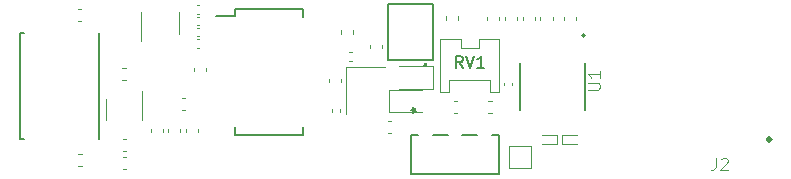
<source format=gto>
G04 #@! TF.GenerationSoftware,KiCad,Pcbnew,5.1.10*
G04 #@! TF.CreationDate,2021-08-01T14:45:19-04:00*
G04 #@! TF.ProjectId,dac,6461632e-6b69-4636-9164-5f7063625858,rev?*
G04 #@! TF.SameCoordinates,Original*
G04 #@! TF.FileFunction,Legend,Top*
G04 #@! TF.FilePolarity,Positive*
%FSLAX46Y46*%
G04 Gerber Fmt 4.6, Leading zero omitted, Abs format (unit mm)*
G04 Created by KiCad (PCBNEW 5.1.10) date 2021-08-01 14:45:19*
%MOMM*%
%LPD*%
G01*
G04 APERTURE LIST*
%ADD10C,0.300000*%
%ADD11C,0.120000*%
%ADD12C,0.127000*%
%ADD13C,0.200000*%
%ADD14C,0.150000*%
%ADD15C,0.152400*%
%ADD16C,0.015000*%
%ADD17C,0.500000*%
%ADD18O,3.200000X1.600000*%
%ADD19R,2.500000X2.430000*%
%ADD20R,0.650000X1.060000*%
%ADD21R,0.410000X1.640000*%
%ADD22R,1.200000X1.400000*%
%ADD23R,0.650000X1.220000*%
%ADD24R,1.750000X0.450000*%
%ADD25R,1.500000X1.500000*%
%ADD26R,1.400000X1.050000*%
%ADD27C,1.346200*%
%ADD28R,0.558800X1.905000*%
%ADD29R,0.800000X1.200000*%
%ADD30R,1.200000X1.200000*%
%ADD31C,0.900000*%
%ADD32C,0.700000*%
%ADD33C,0.500000*%
%ADD34O,2.216000X1.108000*%
%ADD35C,0.650000*%
%ADD36R,0.360000X0.250000*%
G04 APERTURE END LIST*
D10*
X179000000Y-113500000D02*
G75*
G03*
X179000000Y-113500000I-150000J0D01*
G01*
D11*
X124365580Y-107490000D02*
X124084420Y-107490000D01*
X124365580Y-108510000D02*
X124084420Y-108510000D01*
X128910000Y-104550000D02*
X128910000Y-102750000D01*
X125690000Y-102750000D02*
X125690000Y-105200000D01*
D12*
X157752500Y-107005000D02*
X157752500Y-110995000D01*
X163247500Y-107005000D02*
X163247500Y-110995000D01*
D13*
X163232500Y-104725000D02*
G75*
G03*
X163232500Y-104725000I-100000J0D01*
G01*
D11*
X143000000Y-107350000D02*
X143000000Y-111350000D01*
X146300000Y-107350000D02*
X143000000Y-107350000D01*
X125760000Y-111880000D02*
X125760000Y-109450000D01*
X122690000Y-110120000D02*
X122690000Y-111880000D01*
D14*
X133625000Y-103075000D02*
X132025000Y-103075000D01*
X133625000Y-113150000D02*
X139375000Y-113150000D01*
X133625000Y-102500000D02*
X139375000Y-102500000D01*
X133625000Y-113150000D02*
X133625000Y-112500000D01*
X139375000Y-113150000D02*
X139375000Y-112500000D01*
X139375000Y-102500000D02*
X139375000Y-103150000D01*
X133625000Y-102500000D02*
X133625000Y-103075000D01*
D11*
X156800000Y-115950000D02*
X156800000Y-114050000D01*
X158700000Y-115950000D02*
X156800000Y-115950000D01*
X158700000Y-114050000D02*
X158700000Y-115950000D01*
X156800000Y-114050000D02*
X158700000Y-114050000D01*
D15*
X148528900Y-116425600D02*
X149137860Y-116425600D01*
X148528900Y-113174400D02*
X148528900Y-116425600D01*
X155971100Y-113174400D02*
X155362140Y-113174400D01*
X155971100Y-116425600D02*
X155971100Y-113174400D01*
X149137860Y-113174400D02*
X148528900Y-113174400D01*
X151637860Y-113174400D02*
X150362140Y-113174400D01*
X154137860Y-113174400D02*
X152862140Y-113174400D01*
X155362140Y-116425600D02*
X155971100Y-116425600D01*
X149137860Y-116425600D02*
X155362140Y-116425600D01*
D11*
X156000000Y-105000000D02*
X156000000Y-109500000D01*
X154250000Y-105000000D02*
X156000000Y-105000000D01*
X154250000Y-105750000D02*
X154250000Y-105000000D01*
X152750000Y-105750000D02*
X154250000Y-105750000D01*
X152750000Y-105000000D02*
X152750000Y-105750000D01*
X151000000Y-105000000D02*
X152750000Y-105000000D01*
X151000000Y-109500000D02*
X151000000Y-105000000D01*
X151750000Y-109500000D02*
X151000000Y-109500000D01*
X151750000Y-108500000D02*
X151750000Y-109500000D01*
X155250000Y-108500000D02*
X151750000Y-108500000D01*
X155250000Y-109500000D02*
X155250000Y-108500000D01*
X156000000Y-109500000D02*
X155250000Y-109500000D01*
X141590000Y-108384420D02*
X141590000Y-108665580D01*
X142610000Y-108384420D02*
X142610000Y-108665580D01*
X130510000Y-112890580D02*
X130510000Y-112609420D01*
X129490000Y-112890580D02*
X129490000Y-112609420D01*
X129010000Y-112915580D02*
X129010000Y-112634420D01*
X127990000Y-112915580D02*
X127990000Y-112634420D01*
X127510000Y-112915580D02*
X127510000Y-112634420D01*
X126490000Y-112915580D02*
X126490000Y-112634420D01*
X130598335Y-104760000D02*
X130366665Y-104760000D01*
X130598335Y-104040000D02*
X130366665Y-104040000D01*
X130598335Y-103140000D02*
X130366665Y-103140000D01*
X130598335Y-103860000D02*
X130366665Y-103860000D01*
X120615580Y-102490000D02*
X120334420Y-102490000D01*
X120615580Y-103510000D02*
X120334420Y-103510000D01*
X146110000Y-105765580D02*
X146110000Y-105484420D01*
X145090000Y-105765580D02*
X145090000Y-105484420D01*
X120359420Y-115760000D02*
X120640580Y-115760000D01*
X120359420Y-114740000D02*
X120640580Y-114740000D01*
X152415580Y-110240000D02*
X152134420Y-110240000D01*
X152415580Y-111260000D02*
X152134420Y-111260000D01*
X156010000Y-103390580D02*
X156010000Y-103109420D01*
X154990000Y-103390580D02*
X154990000Y-103109420D01*
D10*
X149750000Y-107200000D02*
G75*
G03*
X149750000Y-107200000I-50000J0D01*
G01*
D12*
X146620000Y-102080000D02*
X150380000Y-102080000D01*
X146620000Y-106800000D02*
X146620000Y-102080000D01*
X150380000Y-106800000D02*
X146620000Y-106800000D01*
X150380000Y-102080000D02*
X150380000Y-106800000D01*
D13*
X122085000Y-104525000D02*
X122085000Y-113475000D01*
X115775000Y-104525000D02*
X115425000Y-104525000D01*
X115425000Y-104525000D02*
X115425000Y-113475000D01*
X115425000Y-113475000D02*
X115775000Y-113475000D01*
D11*
X160880000Y-113900000D02*
X160880000Y-113100000D01*
X159580000Y-113900000D02*
X160880000Y-113900000D01*
X159580000Y-113100000D02*
X160880000Y-113100000D01*
X161280000Y-113100000D02*
X161280000Y-113900000D01*
X162580000Y-113100000D02*
X161280000Y-113100000D01*
X162580000Y-113900000D02*
X161280000Y-113900000D01*
X146640000Y-111210000D02*
X149500000Y-111210000D01*
X146640000Y-109290000D02*
X146640000Y-111210000D01*
X149500000Y-109290000D02*
X146640000Y-109290000D01*
X150360000Y-107290000D02*
X147500000Y-107290000D01*
X150360000Y-109210000D02*
X150360000Y-107290000D01*
X147500000Y-109210000D02*
X150360000Y-109210000D01*
X124109420Y-114510000D02*
X124390580Y-114510000D01*
X124109420Y-113490000D02*
X124390580Y-113490000D01*
X129134420Y-111010000D02*
X129415580Y-111010000D01*
X129134420Y-109990000D02*
X129415580Y-109990000D01*
X124415580Y-114990000D02*
X124134420Y-114990000D01*
X124415580Y-116010000D02*
X124134420Y-116010000D01*
X143610000Y-104565580D02*
X143610000Y-104284420D01*
X142590000Y-104565580D02*
X142590000Y-104284420D01*
X156490000Y-103109420D02*
X156490000Y-103390580D01*
X157510000Y-103109420D02*
X157510000Y-103390580D01*
X141830000Y-111203335D02*
X141830000Y-110971665D01*
X142550000Y-111203335D02*
X142550000Y-110971665D01*
X143548335Y-106140000D02*
X143316665Y-106140000D01*
X143548335Y-106860000D02*
X143316665Y-106860000D01*
X157990000Y-103109420D02*
X157990000Y-103390580D01*
X159010000Y-103109420D02*
X159010000Y-103390580D01*
X159490000Y-103109420D02*
X159490000Y-103390580D01*
X160510000Y-103109420D02*
X160510000Y-103390580D01*
X151490000Y-103084420D02*
X151490000Y-103365580D01*
X152510000Y-103084420D02*
X152510000Y-103365580D01*
X161490000Y-103134420D02*
X161490000Y-103415580D01*
X162510000Y-103134420D02*
X162510000Y-103415580D01*
X130598335Y-105040000D02*
X130366665Y-105040000D01*
X130598335Y-105760000D02*
X130366665Y-105760000D01*
X130190000Y-107434420D02*
X130190000Y-107715580D01*
X131210000Y-107434420D02*
X131210000Y-107715580D01*
X130598335Y-102140000D02*
X130366665Y-102140000D01*
X130598335Y-102860000D02*
X130366665Y-102860000D01*
X157110000Y-108933335D02*
X157110000Y-108701665D01*
X156390000Y-108933335D02*
X156390000Y-108701665D01*
X146865580Y-111990000D02*
X146584420Y-111990000D01*
X146865580Y-113010000D02*
X146584420Y-113010000D01*
X155365580Y-110240000D02*
X155084420Y-110240000D01*
X155365580Y-111260000D02*
X155084420Y-111260000D01*
D16*
X174345143Y-115096400D02*
X174345143Y-115811743D01*
X174297453Y-115954811D01*
X174202074Y-116050190D01*
X174059006Y-116097880D01*
X173963627Y-116097880D01*
X174774349Y-115191779D02*
X174822038Y-115144090D01*
X174917417Y-115096400D01*
X175155865Y-115096400D01*
X175251244Y-115144090D01*
X175298933Y-115191779D01*
X175346623Y-115287158D01*
X175346623Y-115382537D01*
X175298933Y-115525606D01*
X174726659Y-116097880D01*
X175346623Y-116097880D01*
X163511880Y-109301904D02*
X164321404Y-109301904D01*
X164416642Y-109254285D01*
X164464261Y-109206666D01*
X164511880Y-109111428D01*
X164511880Y-108920952D01*
X164464261Y-108825714D01*
X164416642Y-108778095D01*
X164321404Y-108730476D01*
X163511880Y-108730476D01*
X164511880Y-107730476D02*
X164511880Y-108301904D01*
X164511880Y-108016190D02*
X163511880Y-108016190D01*
X163654738Y-108111428D01*
X163749976Y-108206666D01*
X163797595Y-108301904D01*
D14*
X148552780Y-111015400D02*
X148790876Y-111015400D01*
X148695638Y-111253495D02*
X148790876Y-111015400D01*
X148695638Y-110777304D01*
X148981352Y-111158257D02*
X148790876Y-111015400D01*
X148981352Y-110872542D01*
X148552780Y-111015400D02*
X148790876Y-111015400D01*
X148695638Y-111253495D02*
X148790876Y-111015400D01*
X148695638Y-110777304D01*
X148981352Y-111158257D02*
X148790876Y-111015400D01*
X148981352Y-110872542D01*
X152904761Y-107452380D02*
X152571428Y-106976190D01*
X152333333Y-107452380D02*
X152333333Y-106452380D01*
X152714285Y-106452380D01*
X152809523Y-106500000D01*
X152857142Y-106547619D01*
X152904761Y-106642857D01*
X152904761Y-106785714D01*
X152857142Y-106880952D01*
X152809523Y-106928571D01*
X152714285Y-106976190D01*
X152333333Y-106976190D01*
X153190476Y-106452380D02*
X153523809Y-107452380D01*
X153857142Y-106452380D01*
X154714285Y-107452380D02*
X154142857Y-107452380D01*
X154428571Y-107452380D02*
X154428571Y-106452380D01*
X154333333Y-106595238D01*
X154238095Y-106690476D01*
X154142857Y-106738095D01*
%LPC*%
D17*
X149190000Y-103507000D02*
G75*
G03*
X149190000Y-103507000I-690000J0D01*
G01*
D18*
X176150000Y-104775000D03*
X169350000Y-113225000D03*
X176150000Y-113225000D03*
X169350000Y-104775000D03*
D19*
X172750000Y-104715000D03*
X172750000Y-113285000D03*
G36*
G01*
X123900000Y-107750000D02*
X123900000Y-108250000D01*
G75*
G02*
X123675000Y-108475000I-225000J0D01*
G01*
X123225000Y-108475000D01*
G75*
G02*
X123000000Y-108250000I0J225000D01*
G01*
X123000000Y-107750000D01*
G75*
G02*
X123225000Y-107525000I225000J0D01*
G01*
X123675000Y-107525000D01*
G75*
G02*
X123900000Y-107750000I0J-225000D01*
G01*
G37*
G36*
G01*
X125450000Y-107750000D02*
X125450000Y-108250000D01*
G75*
G02*
X125225000Y-108475000I-225000J0D01*
G01*
X124775000Y-108475000D01*
G75*
G02*
X124550000Y-108250000I0J225000D01*
G01*
X124550000Y-107750000D01*
G75*
G02*
X124775000Y-107525000I225000J0D01*
G01*
X125225000Y-107525000D01*
G75*
G02*
X125450000Y-107750000I0J-225000D01*
G01*
G37*
D20*
X126350000Y-104750000D03*
X127300000Y-104750000D03*
X128250000Y-104750000D03*
X128250000Y-102550000D03*
X126350000Y-102550000D03*
X127300000Y-102550000D03*
D21*
X162722500Y-106365000D03*
X162087500Y-106365000D03*
X161452500Y-106365000D03*
X160817500Y-106365000D03*
X160182500Y-106365000D03*
X159547500Y-106365000D03*
X158912500Y-106365000D03*
X158277500Y-106365000D03*
X158277500Y-111635000D03*
X158912500Y-111635000D03*
X159547500Y-111635000D03*
X160182500Y-111635000D03*
X160817500Y-111635000D03*
X161452500Y-111635000D03*
X162087500Y-111635000D03*
X162722500Y-111635000D03*
D22*
X145500000Y-108250000D03*
X145500000Y-110450000D03*
X143800000Y-110450000D03*
X143800000Y-108250000D03*
D23*
X125200000Y-112310000D03*
X123300000Y-112310000D03*
X123300000Y-109690000D03*
X124250000Y-109690000D03*
X125200000Y-109690000D03*
D24*
X140100000Y-103600000D03*
X140100000Y-104250000D03*
X140100000Y-104900000D03*
X140100000Y-105550000D03*
X140100000Y-106200000D03*
X140100000Y-106850000D03*
X140100000Y-107500000D03*
X140100000Y-108150000D03*
X140100000Y-108800000D03*
X140100000Y-109450000D03*
X140100000Y-110100000D03*
X140100000Y-110750000D03*
X140100000Y-111400000D03*
X140100000Y-112050000D03*
X132900000Y-112050000D03*
X132900000Y-111400000D03*
X132900000Y-110750000D03*
X132900000Y-110100000D03*
X132900000Y-109450000D03*
X132900000Y-108800000D03*
X132900000Y-108150000D03*
X132900000Y-107500000D03*
X132900000Y-106850000D03*
X132900000Y-106200000D03*
X132900000Y-105550000D03*
X132900000Y-104900000D03*
X132900000Y-104250000D03*
X132900000Y-103600000D03*
D25*
X157750000Y-115000000D03*
D26*
X135500000Y-115675000D03*
X131900000Y-115675000D03*
X135500000Y-114225000D03*
X131900000Y-114225000D03*
X141250000Y-115700000D03*
X137650000Y-115700000D03*
X141250000Y-114250000D03*
X137650000Y-114250000D03*
X147000000Y-115675000D03*
X143400000Y-115675000D03*
X147000000Y-114225000D03*
X143400000Y-114225000D03*
D27*
X150750000Y-114799600D03*
X153750000Y-114799600D03*
D28*
X154750000Y-112602900D03*
X152250000Y-112602900D03*
X149750000Y-112602900D03*
D29*
X152325000Y-109250000D03*
X154675000Y-109250000D03*
D30*
X153500000Y-105000000D03*
G36*
G01*
X141850000Y-108850000D02*
X142350000Y-108850000D01*
G75*
G02*
X142575000Y-109075000I0J-225000D01*
G01*
X142575000Y-109525000D01*
G75*
G02*
X142350000Y-109750000I-225000J0D01*
G01*
X141850000Y-109750000D01*
G75*
G02*
X141625000Y-109525000I0J225000D01*
G01*
X141625000Y-109075000D01*
G75*
G02*
X141850000Y-108850000I225000J0D01*
G01*
G37*
G36*
G01*
X141850000Y-107300000D02*
X142350000Y-107300000D01*
G75*
G02*
X142575000Y-107525000I0J-225000D01*
G01*
X142575000Y-107975000D01*
G75*
G02*
X142350000Y-108200000I-225000J0D01*
G01*
X141850000Y-108200000D01*
G75*
G02*
X141625000Y-107975000I0J225000D01*
G01*
X141625000Y-107525000D01*
G75*
G02*
X141850000Y-107300000I225000J0D01*
G01*
G37*
G36*
G01*
X130250000Y-112425000D02*
X129750000Y-112425000D01*
G75*
G02*
X129525000Y-112200000I0J225000D01*
G01*
X129525000Y-111750000D01*
G75*
G02*
X129750000Y-111525000I225000J0D01*
G01*
X130250000Y-111525000D01*
G75*
G02*
X130475000Y-111750000I0J-225000D01*
G01*
X130475000Y-112200000D01*
G75*
G02*
X130250000Y-112425000I-225000J0D01*
G01*
G37*
G36*
G01*
X130250000Y-113975000D02*
X129750000Y-113975000D01*
G75*
G02*
X129525000Y-113750000I0J225000D01*
G01*
X129525000Y-113300000D01*
G75*
G02*
X129750000Y-113075000I225000J0D01*
G01*
X130250000Y-113075000D01*
G75*
G02*
X130475000Y-113300000I0J-225000D01*
G01*
X130475000Y-113750000D01*
G75*
G02*
X130250000Y-113975000I-225000J0D01*
G01*
G37*
G36*
G01*
X128750000Y-112450000D02*
X128250000Y-112450000D01*
G75*
G02*
X128025000Y-112225000I0J225000D01*
G01*
X128025000Y-111775000D01*
G75*
G02*
X128250000Y-111550000I225000J0D01*
G01*
X128750000Y-111550000D01*
G75*
G02*
X128975000Y-111775000I0J-225000D01*
G01*
X128975000Y-112225000D01*
G75*
G02*
X128750000Y-112450000I-225000J0D01*
G01*
G37*
G36*
G01*
X128750000Y-114000000D02*
X128250000Y-114000000D01*
G75*
G02*
X128025000Y-113775000I0J225000D01*
G01*
X128025000Y-113325000D01*
G75*
G02*
X128250000Y-113100000I225000J0D01*
G01*
X128750000Y-113100000D01*
G75*
G02*
X128975000Y-113325000I0J-225000D01*
G01*
X128975000Y-113775000D01*
G75*
G02*
X128750000Y-114000000I-225000J0D01*
G01*
G37*
G36*
G01*
X127250000Y-112450000D02*
X126750000Y-112450000D01*
G75*
G02*
X126525000Y-112225000I0J225000D01*
G01*
X126525000Y-111775000D01*
G75*
G02*
X126750000Y-111550000I225000J0D01*
G01*
X127250000Y-111550000D01*
G75*
G02*
X127475000Y-111775000I0J-225000D01*
G01*
X127475000Y-112225000D01*
G75*
G02*
X127250000Y-112450000I-225000J0D01*
G01*
G37*
G36*
G01*
X127250000Y-114000000D02*
X126750000Y-114000000D01*
G75*
G02*
X126525000Y-113775000I0J225000D01*
G01*
X126525000Y-113325000D01*
G75*
G02*
X126750000Y-113100000I225000J0D01*
G01*
X127250000Y-113100000D01*
G75*
G02*
X127475000Y-113325000I0J-225000D01*
G01*
X127475000Y-113775000D01*
G75*
G02*
X127250000Y-114000000I-225000J0D01*
G01*
G37*
G36*
G01*
X131417500Y-104245000D02*
X131417500Y-104555000D01*
G75*
G02*
X131262500Y-104710000I-155000J0D01*
G01*
X130837500Y-104710000D01*
G75*
G02*
X130682500Y-104555000I0J155000D01*
G01*
X130682500Y-104245000D01*
G75*
G02*
X130837500Y-104090000I155000J0D01*
G01*
X131262500Y-104090000D01*
G75*
G02*
X131417500Y-104245000I0J-155000D01*
G01*
G37*
G36*
G01*
X130282500Y-104245000D02*
X130282500Y-104555000D01*
G75*
G02*
X130127500Y-104710000I-155000J0D01*
G01*
X129702500Y-104710000D01*
G75*
G02*
X129547500Y-104555000I0J155000D01*
G01*
X129547500Y-104245000D01*
G75*
G02*
X129702500Y-104090000I155000J0D01*
G01*
X130127500Y-104090000D01*
G75*
G02*
X130282500Y-104245000I0J-155000D01*
G01*
G37*
G36*
G01*
X130282500Y-103345000D02*
X130282500Y-103655000D01*
G75*
G02*
X130127500Y-103810000I-155000J0D01*
G01*
X129702500Y-103810000D01*
G75*
G02*
X129547500Y-103655000I0J155000D01*
G01*
X129547500Y-103345000D01*
G75*
G02*
X129702500Y-103190000I155000J0D01*
G01*
X130127500Y-103190000D01*
G75*
G02*
X130282500Y-103345000I0J-155000D01*
G01*
G37*
G36*
G01*
X131417500Y-103345000D02*
X131417500Y-103655000D01*
G75*
G02*
X131262500Y-103810000I-155000J0D01*
G01*
X130837500Y-103810000D01*
G75*
G02*
X130682500Y-103655000I0J155000D01*
G01*
X130682500Y-103345000D01*
G75*
G02*
X130837500Y-103190000I155000J0D01*
G01*
X131262500Y-103190000D01*
G75*
G02*
X131417500Y-103345000I0J-155000D01*
G01*
G37*
G36*
G01*
X120150000Y-102750000D02*
X120150000Y-103250000D01*
G75*
G02*
X119925000Y-103475000I-225000J0D01*
G01*
X119475000Y-103475000D01*
G75*
G02*
X119250000Y-103250000I0J225000D01*
G01*
X119250000Y-102750000D01*
G75*
G02*
X119475000Y-102525000I225000J0D01*
G01*
X119925000Y-102525000D01*
G75*
G02*
X120150000Y-102750000I0J-225000D01*
G01*
G37*
G36*
G01*
X121700000Y-102750000D02*
X121700000Y-103250000D01*
G75*
G02*
X121475000Y-103475000I-225000J0D01*
G01*
X121025000Y-103475000D01*
G75*
G02*
X120800000Y-103250000I0J225000D01*
G01*
X120800000Y-102750000D01*
G75*
G02*
X121025000Y-102525000I225000J0D01*
G01*
X121475000Y-102525000D01*
G75*
G02*
X121700000Y-102750000I0J-225000D01*
G01*
G37*
G36*
G01*
X145850000Y-105300000D02*
X145350000Y-105300000D01*
G75*
G02*
X145125000Y-105075000I0J225000D01*
G01*
X145125000Y-104625000D01*
G75*
G02*
X145350000Y-104400000I225000J0D01*
G01*
X145850000Y-104400000D01*
G75*
G02*
X146075000Y-104625000I0J-225000D01*
G01*
X146075000Y-105075000D01*
G75*
G02*
X145850000Y-105300000I-225000J0D01*
G01*
G37*
G36*
G01*
X145850000Y-106850000D02*
X145350000Y-106850000D01*
G75*
G02*
X145125000Y-106625000I0J225000D01*
G01*
X145125000Y-106175000D01*
G75*
G02*
X145350000Y-105950000I225000J0D01*
G01*
X145850000Y-105950000D01*
G75*
G02*
X146075000Y-106175000I0J-225000D01*
G01*
X146075000Y-106625000D01*
G75*
G02*
X145850000Y-106850000I-225000J0D01*
G01*
G37*
G36*
G01*
X120825000Y-115500000D02*
X120825000Y-115000000D01*
G75*
G02*
X121050000Y-114775000I225000J0D01*
G01*
X121500000Y-114775000D01*
G75*
G02*
X121725000Y-115000000I0J-225000D01*
G01*
X121725000Y-115500000D01*
G75*
G02*
X121500000Y-115725000I-225000J0D01*
G01*
X121050000Y-115725000D01*
G75*
G02*
X120825000Y-115500000I0J225000D01*
G01*
G37*
G36*
G01*
X119275000Y-115500000D02*
X119275000Y-115000000D01*
G75*
G02*
X119500000Y-114775000I225000J0D01*
G01*
X119950000Y-114775000D01*
G75*
G02*
X120175000Y-115000000I0J-225000D01*
G01*
X120175000Y-115500000D01*
G75*
G02*
X119950000Y-115725000I-225000J0D01*
G01*
X119500000Y-115725000D01*
G75*
G02*
X119275000Y-115500000I0J225000D01*
G01*
G37*
G36*
G01*
X151950000Y-110500000D02*
X151950000Y-111000000D01*
G75*
G02*
X151725000Y-111225000I-225000J0D01*
G01*
X151275000Y-111225000D01*
G75*
G02*
X151050000Y-111000000I0J225000D01*
G01*
X151050000Y-110500000D01*
G75*
G02*
X151275000Y-110275000I225000J0D01*
G01*
X151725000Y-110275000D01*
G75*
G02*
X151950000Y-110500000I0J-225000D01*
G01*
G37*
G36*
G01*
X153500000Y-110500000D02*
X153500000Y-111000000D01*
G75*
G02*
X153275000Y-111225000I-225000J0D01*
G01*
X152825000Y-111225000D01*
G75*
G02*
X152600000Y-111000000I0J225000D01*
G01*
X152600000Y-110500000D01*
G75*
G02*
X152825000Y-110275000I225000J0D01*
G01*
X153275000Y-110275000D01*
G75*
G02*
X153500000Y-110500000I0J-225000D01*
G01*
G37*
G36*
G01*
X155750000Y-102925000D02*
X155250000Y-102925000D01*
G75*
G02*
X155025000Y-102700000I0J225000D01*
G01*
X155025000Y-102250000D01*
G75*
G02*
X155250000Y-102025000I225000J0D01*
G01*
X155750000Y-102025000D01*
G75*
G02*
X155975000Y-102250000I0J-225000D01*
G01*
X155975000Y-102700000D01*
G75*
G02*
X155750000Y-102925000I-225000J0D01*
G01*
G37*
G36*
G01*
X155750000Y-104475000D02*
X155250000Y-104475000D01*
G75*
G02*
X155025000Y-104250000I0J225000D01*
G01*
X155025000Y-103800000D01*
G75*
G02*
X155250000Y-103575000I225000J0D01*
G01*
X155750000Y-103575000D01*
G75*
G02*
X155975000Y-103800000I0J-225000D01*
G01*
X155975000Y-104250000D01*
G75*
G02*
X155750000Y-104475000I-225000J0D01*
G01*
G37*
D31*
X147300000Y-106120000D03*
X148500000Y-106120000D03*
X149700000Y-106120000D03*
D32*
X147230000Y-102710000D03*
X149770000Y-102710000D03*
D33*
X148500000Y-103500000D03*
D34*
X117165000Y-104675000D03*
X117165000Y-113325000D03*
X120545000Y-113325000D03*
X120545000Y-104675000D03*
D35*
X120175000Y-106025000D03*
X120175000Y-106875000D03*
X120175000Y-107725000D03*
X120175000Y-108575000D03*
X120175000Y-109425000D03*
X120175000Y-110275000D03*
X120175000Y-111125000D03*
X120175000Y-111975000D03*
X121525000Y-111975000D03*
X121525000Y-111125000D03*
X121525000Y-110275000D03*
X121525000Y-109425000D03*
X121525000Y-108575000D03*
X121525000Y-107725000D03*
X121525000Y-106875000D03*
X121525000Y-106025000D03*
D36*
X159660000Y-113500000D03*
X160500000Y-113500000D03*
X162500000Y-113500000D03*
X161660000Y-113500000D03*
G36*
G01*
X148950000Y-110700001D02*
X148950000Y-109799999D01*
G75*
G02*
X149199999Y-109550000I249999J0D01*
G01*
X149850001Y-109550000D01*
G75*
G02*
X150100000Y-109799999I0J-249999D01*
G01*
X150100000Y-110700001D01*
G75*
G02*
X149850001Y-110950000I-249999J0D01*
G01*
X149199999Y-110950000D01*
G75*
G02*
X148950000Y-110700001I0J249999D01*
G01*
G37*
G36*
G01*
X146900000Y-110700001D02*
X146900000Y-109799999D01*
G75*
G02*
X147149999Y-109550000I249999J0D01*
G01*
X147800001Y-109550000D01*
G75*
G02*
X148050000Y-109799999I0J-249999D01*
G01*
X148050000Y-110700001D01*
G75*
G02*
X147800001Y-110950000I-249999J0D01*
G01*
X147149999Y-110950000D01*
G75*
G02*
X146900000Y-110700001I0J249999D01*
G01*
G37*
G36*
G01*
X148050000Y-107799999D02*
X148050000Y-108700001D01*
G75*
G02*
X147800001Y-108950000I-249999J0D01*
G01*
X147149999Y-108950000D01*
G75*
G02*
X146900000Y-108700001I0J249999D01*
G01*
X146900000Y-107799999D01*
G75*
G02*
X147149999Y-107550000I249999J0D01*
G01*
X147800001Y-107550000D01*
G75*
G02*
X148050000Y-107799999I0J-249999D01*
G01*
G37*
G36*
G01*
X150100000Y-107799999D02*
X150100000Y-108700001D01*
G75*
G02*
X149850001Y-108950000I-249999J0D01*
G01*
X149199999Y-108950000D01*
G75*
G02*
X148950000Y-108700001I0J249999D01*
G01*
X148950000Y-107799999D01*
G75*
G02*
X149199999Y-107550000I249999J0D01*
G01*
X149850001Y-107550000D01*
G75*
G02*
X150100000Y-107799999I0J-249999D01*
G01*
G37*
G36*
G01*
X124575000Y-114250000D02*
X124575000Y-113750000D01*
G75*
G02*
X124800000Y-113525000I225000J0D01*
G01*
X125250000Y-113525000D01*
G75*
G02*
X125475000Y-113750000I0J-225000D01*
G01*
X125475000Y-114250000D01*
G75*
G02*
X125250000Y-114475000I-225000J0D01*
G01*
X124800000Y-114475000D01*
G75*
G02*
X124575000Y-114250000I0J225000D01*
G01*
G37*
G36*
G01*
X123025000Y-114250000D02*
X123025000Y-113750000D01*
G75*
G02*
X123250000Y-113525000I225000J0D01*
G01*
X123700000Y-113525000D01*
G75*
G02*
X123925000Y-113750000I0J-225000D01*
G01*
X123925000Y-114250000D01*
G75*
G02*
X123700000Y-114475000I-225000J0D01*
G01*
X123250000Y-114475000D01*
G75*
G02*
X123025000Y-114250000I0J225000D01*
G01*
G37*
G36*
G01*
X129600000Y-110750000D02*
X129600000Y-110250000D01*
G75*
G02*
X129825000Y-110025000I225000J0D01*
G01*
X130275000Y-110025000D01*
G75*
G02*
X130500000Y-110250000I0J-225000D01*
G01*
X130500000Y-110750000D01*
G75*
G02*
X130275000Y-110975000I-225000J0D01*
G01*
X129825000Y-110975000D01*
G75*
G02*
X129600000Y-110750000I0J225000D01*
G01*
G37*
G36*
G01*
X128050000Y-110750000D02*
X128050000Y-110250000D01*
G75*
G02*
X128275000Y-110025000I225000J0D01*
G01*
X128725000Y-110025000D01*
G75*
G02*
X128950000Y-110250000I0J-225000D01*
G01*
X128950000Y-110750000D01*
G75*
G02*
X128725000Y-110975000I-225000J0D01*
G01*
X128275000Y-110975000D01*
G75*
G02*
X128050000Y-110750000I0J225000D01*
G01*
G37*
G36*
G01*
X123950000Y-115250000D02*
X123950000Y-115750000D01*
G75*
G02*
X123725000Y-115975000I-225000J0D01*
G01*
X123275000Y-115975000D01*
G75*
G02*
X123050000Y-115750000I0J225000D01*
G01*
X123050000Y-115250000D01*
G75*
G02*
X123275000Y-115025000I225000J0D01*
G01*
X123725000Y-115025000D01*
G75*
G02*
X123950000Y-115250000I0J-225000D01*
G01*
G37*
G36*
G01*
X125500000Y-115250000D02*
X125500000Y-115750000D01*
G75*
G02*
X125275000Y-115975000I-225000J0D01*
G01*
X124825000Y-115975000D01*
G75*
G02*
X124600000Y-115750000I0J225000D01*
G01*
X124600000Y-115250000D01*
G75*
G02*
X124825000Y-115025000I225000J0D01*
G01*
X125275000Y-115025000D01*
G75*
G02*
X125500000Y-115250000I0J-225000D01*
G01*
G37*
G36*
G01*
X143350000Y-104100000D02*
X142850000Y-104100000D01*
G75*
G02*
X142625000Y-103875000I0J225000D01*
G01*
X142625000Y-103425000D01*
G75*
G02*
X142850000Y-103200000I225000J0D01*
G01*
X143350000Y-103200000D01*
G75*
G02*
X143575000Y-103425000I0J-225000D01*
G01*
X143575000Y-103875000D01*
G75*
G02*
X143350000Y-104100000I-225000J0D01*
G01*
G37*
G36*
G01*
X143350000Y-105650000D02*
X142850000Y-105650000D01*
G75*
G02*
X142625000Y-105425000I0J225000D01*
G01*
X142625000Y-104975000D01*
G75*
G02*
X142850000Y-104750000I225000J0D01*
G01*
X143350000Y-104750000D01*
G75*
G02*
X143575000Y-104975000I0J-225000D01*
G01*
X143575000Y-105425000D01*
G75*
G02*
X143350000Y-105650000I-225000J0D01*
G01*
G37*
G36*
G01*
X156750000Y-103575000D02*
X157250000Y-103575000D01*
G75*
G02*
X157475000Y-103800000I0J-225000D01*
G01*
X157475000Y-104250000D01*
G75*
G02*
X157250000Y-104475000I-225000J0D01*
G01*
X156750000Y-104475000D01*
G75*
G02*
X156525000Y-104250000I0J225000D01*
G01*
X156525000Y-103800000D01*
G75*
G02*
X156750000Y-103575000I225000J0D01*
G01*
G37*
G36*
G01*
X156750000Y-102025000D02*
X157250000Y-102025000D01*
G75*
G02*
X157475000Y-102250000I0J-225000D01*
G01*
X157475000Y-102700000D01*
G75*
G02*
X157250000Y-102925000I-225000J0D01*
G01*
X156750000Y-102925000D01*
G75*
G02*
X156525000Y-102700000I0J225000D01*
G01*
X156525000Y-102250000D01*
G75*
G02*
X156750000Y-102025000I225000J0D01*
G01*
G37*
G36*
G01*
X142345000Y-112022500D02*
X142035000Y-112022500D01*
G75*
G02*
X141880000Y-111867500I0J155000D01*
G01*
X141880000Y-111442500D01*
G75*
G02*
X142035000Y-111287500I155000J0D01*
G01*
X142345000Y-111287500D01*
G75*
G02*
X142500000Y-111442500I0J-155000D01*
G01*
X142500000Y-111867500D01*
G75*
G02*
X142345000Y-112022500I-155000J0D01*
G01*
G37*
G36*
G01*
X142345000Y-110887500D02*
X142035000Y-110887500D01*
G75*
G02*
X141880000Y-110732500I0J155000D01*
G01*
X141880000Y-110307500D01*
G75*
G02*
X142035000Y-110152500I155000J0D01*
G01*
X142345000Y-110152500D01*
G75*
G02*
X142500000Y-110307500I0J-155000D01*
G01*
X142500000Y-110732500D01*
G75*
G02*
X142345000Y-110887500I-155000J0D01*
G01*
G37*
G36*
G01*
X143232500Y-106345000D02*
X143232500Y-106655000D01*
G75*
G02*
X143077500Y-106810000I-155000J0D01*
G01*
X142652500Y-106810000D01*
G75*
G02*
X142497500Y-106655000I0J155000D01*
G01*
X142497500Y-106345000D01*
G75*
G02*
X142652500Y-106190000I155000J0D01*
G01*
X143077500Y-106190000D01*
G75*
G02*
X143232500Y-106345000I0J-155000D01*
G01*
G37*
G36*
G01*
X144367500Y-106345000D02*
X144367500Y-106655000D01*
G75*
G02*
X144212500Y-106810000I-155000J0D01*
G01*
X143787500Y-106810000D01*
G75*
G02*
X143632500Y-106655000I0J155000D01*
G01*
X143632500Y-106345000D01*
G75*
G02*
X143787500Y-106190000I155000J0D01*
G01*
X144212500Y-106190000D01*
G75*
G02*
X144367500Y-106345000I0J-155000D01*
G01*
G37*
G36*
G01*
X158250000Y-103575000D02*
X158750000Y-103575000D01*
G75*
G02*
X158975000Y-103800000I0J-225000D01*
G01*
X158975000Y-104250000D01*
G75*
G02*
X158750000Y-104475000I-225000J0D01*
G01*
X158250000Y-104475000D01*
G75*
G02*
X158025000Y-104250000I0J225000D01*
G01*
X158025000Y-103800000D01*
G75*
G02*
X158250000Y-103575000I225000J0D01*
G01*
G37*
G36*
G01*
X158250000Y-102025000D02*
X158750000Y-102025000D01*
G75*
G02*
X158975000Y-102250000I0J-225000D01*
G01*
X158975000Y-102700000D01*
G75*
G02*
X158750000Y-102925000I-225000J0D01*
G01*
X158250000Y-102925000D01*
G75*
G02*
X158025000Y-102700000I0J225000D01*
G01*
X158025000Y-102250000D01*
G75*
G02*
X158250000Y-102025000I225000J0D01*
G01*
G37*
G36*
G01*
X159750000Y-103575000D02*
X160250000Y-103575000D01*
G75*
G02*
X160475000Y-103800000I0J-225000D01*
G01*
X160475000Y-104250000D01*
G75*
G02*
X160250000Y-104475000I-225000J0D01*
G01*
X159750000Y-104475000D01*
G75*
G02*
X159525000Y-104250000I0J225000D01*
G01*
X159525000Y-103800000D01*
G75*
G02*
X159750000Y-103575000I225000J0D01*
G01*
G37*
G36*
G01*
X159750000Y-102025000D02*
X160250000Y-102025000D01*
G75*
G02*
X160475000Y-102250000I0J-225000D01*
G01*
X160475000Y-102700000D01*
G75*
G02*
X160250000Y-102925000I-225000J0D01*
G01*
X159750000Y-102925000D01*
G75*
G02*
X159525000Y-102700000I0J225000D01*
G01*
X159525000Y-102250000D01*
G75*
G02*
X159750000Y-102025000I225000J0D01*
G01*
G37*
G36*
G01*
X151750000Y-103550000D02*
X152250000Y-103550000D01*
G75*
G02*
X152475000Y-103775000I0J-225000D01*
G01*
X152475000Y-104225000D01*
G75*
G02*
X152250000Y-104450000I-225000J0D01*
G01*
X151750000Y-104450000D01*
G75*
G02*
X151525000Y-104225000I0J225000D01*
G01*
X151525000Y-103775000D01*
G75*
G02*
X151750000Y-103550000I225000J0D01*
G01*
G37*
G36*
G01*
X151750000Y-102000000D02*
X152250000Y-102000000D01*
G75*
G02*
X152475000Y-102225000I0J-225000D01*
G01*
X152475000Y-102675000D01*
G75*
G02*
X152250000Y-102900000I-225000J0D01*
G01*
X151750000Y-102900000D01*
G75*
G02*
X151525000Y-102675000I0J225000D01*
G01*
X151525000Y-102225000D01*
G75*
G02*
X151750000Y-102000000I225000J0D01*
G01*
G37*
G36*
G01*
X161750000Y-103600000D02*
X162250000Y-103600000D01*
G75*
G02*
X162475000Y-103825000I0J-225000D01*
G01*
X162475000Y-104275000D01*
G75*
G02*
X162250000Y-104500000I-225000J0D01*
G01*
X161750000Y-104500000D01*
G75*
G02*
X161525000Y-104275000I0J225000D01*
G01*
X161525000Y-103825000D01*
G75*
G02*
X161750000Y-103600000I225000J0D01*
G01*
G37*
G36*
G01*
X161750000Y-102050000D02*
X162250000Y-102050000D01*
G75*
G02*
X162475000Y-102275000I0J-225000D01*
G01*
X162475000Y-102725000D01*
G75*
G02*
X162250000Y-102950000I-225000J0D01*
G01*
X161750000Y-102950000D01*
G75*
G02*
X161525000Y-102725000I0J225000D01*
G01*
X161525000Y-102275000D01*
G75*
G02*
X161750000Y-102050000I225000J0D01*
G01*
G37*
G36*
G01*
X130282500Y-105245000D02*
X130282500Y-105555000D01*
G75*
G02*
X130127500Y-105710000I-155000J0D01*
G01*
X129702500Y-105710000D01*
G75*
G02*
X129547500Y-105555000I0J155000D01*
G01*
X129547500Y-105245000D01*
G75*
G02*
X129702500Y-105090000I155000J0D01*
G01*
X130127500Y-105090000D01*
G75*
G02*
X130282500Y-105245000I0J-155000D01*
G01*
G37*
G36*
G01*
X131417500Y-105245000D02*
X131417500Y-105555000D01*
G75*
G02*
X131262500Y-105710000I-155000J0D01*
G01*
X130837500Y-105710000D01*
G75*
G02*
X130682500Y-105555000I0J155000D01*
G01*
X130682500Y-105245000D01*
G75*
G02*
X130837500Y-105090000I155000J0D01*
G01*
X131262500Y-105090000D01*
G75*
G02*
X131417500Y-105245000I0J-155000D01*
G01*
G37*
G36*
G01*
X130450000Y-107900000D02*
X130950000Y-107900000D01*
G75*
G02*
X131175000Y-108125000I0J-225000D01*
G01*
X131175000Y-108575000D01*
G75*
G02*
X130950000Y-108800000I-225000J0D01*
G01*
X130450000Y-108800000D01*
G75*
G02*
X130225000Y-108575000I0J225000D01*
G01*
X130225000Y-108125000D01*
G75*
G02*
X130450000Y-107900000I225000J0D01*
G01*
G37*
G36*
G01*
X130450000Y-106350000D02*
X130950000Y-106350000D01*
G75*
G02*
X131175000Y-106575000I0J-225000D01*
G01*
X131175000Y-107025000D01*
G75*
G02*
X130950000Y-107250000I-225000J0D01*
G01*
X130450000Y-107250000D01*
G75*
G02*
X130225000Y-107025000I0J225000D01*
G01*
X130225000Y-106575000D01*
G75*
G02*
X130450000Y-106350000I225000J0D01*
G01*
G37*
G36*
G01*
X130282500Y-102345000D02*
X130282500Y-102655000D01*
G75*
G02*
X130127500Y-102810000I-155000J0D01*
G01*
X129702500Y-102810000D01*
G75*
G02*
X129547500Y-102655000I0J155000D01*
G01*
X129547500Y-102345000D01*
G75*
G02*
X129702500Y-102190000I155000J0D01*
G01*
X130127500Y-102190000D01*
G75*
G02*
X130282500Y-102345000I0J-155000D01*
G01*
G37*
G36*
G01*
X131417500Y-102345000D02*
X131417500Y-102655000D01*
G75*
G02*
X131262500Y-102810000I-155000J0D01*
G01*
X130837500Y-102810000D01*
G75*
G02*
X130682500Y-102655000I0J155000D01*
G01*
X130682500Y-102345000D01*
G75*
G02*
X130837500Y-102190000I155000J0D01*
G01*
X131262500Y-102190000D01*
G75*
G02*
X131417500Y-102345000I0J-155000D01*
G01*
G37*
G36*
G01*
X156905000Y-108617500D02*
X156595000Y-108617500D01*
G75*
G02*
X156440000Y-108462500I0J155000D01*
G01*
X156440000Y-108037500D01*
G75*
G02*
X156595000Y-107882500I155000J0D01*
G01*
X156905000Y-107882500D01*
G75*
G02*
X157060000Y-108037500I0J-155000D01*
G01*
X157060000Y-108462500D01*
G75*
G02*
X156905000Y-108617500I-155000J0D01*
G01*
G37*
G36*
G01*
X156905000Y-109752500D02*
X156595000Y-109752500D01*
G75*
G02*
X156440000Y-109597500I0J155000D01*
G01*
X156440000Y-109172500D01*
G75*
G02*
X156595000Y-109017500I155000J0D01*
G01*
X156905000Y-109017500D01*
G75*
G02*
X157060000Y-109172500I0J-155000D01*
G01*
X157060000Y-109597500D01*
G75*
G02*
X156905000Y-109752500I-155000J0D01*
G01*
G37*
G36*
G01*
X146400000Y-112250000D02*
X146400000Y-112750000D01*
G75*
G02*
X146175000Y-112975000I-225000J0D01*
G01*
X145725000Y-112975000D01*
G75*
G02*
X145500000Y-112750000I0J225000D01*
G01*
X145500000Y-112250000D01*
G75*
G02*
X145725000Y-112025000I225000J0D01*
G01*
X146175000Y-112025000D01*
G75*
G02*
X146400000Y-112250000I0J-225000D01*
G01*
G37*
G36*
G01*
X147950000Y-112250000D02*
X147950000Y-112750000D01*
G75*
G02*
X147725000Y-112975000I-225000J0D01*
G01*
X147275000Y-112975000D01*
G75*
G02*
X147050000Y-112750000I0J225000D01*
G01*
X147050000Y-112250000D01*
G75*
G02*
X147275000Y-112025000I225000J0D01*
G01*
X147725000Y-112025000D01*
G75*
G02*
X147950000Y-112250000I0J-225000D01*
G01*
G37*
G36*
G01*
X154900000Y-110500000D02*
X154900000Y-111000000D01*
G75*
G02*
X154675000Y-111225000I-225000J0D01*
G01*
X154225000Y-111225000D01*
G75*
G02*
X154000000Y-111000000I0J225000D01*
G01*
X154000000Y-110500000D01*
G75*
G02*
X154225000Y-110275000I225000J0D01*
G01*
X154675000Y-110275000D01*
G75*
G02*
X154900000Y-110500000I0J-225000D01*
G01*
G37*
G36*
G01*
X156450000Y-110500000D02*
X156450000Y-111000000D01*
G75*
G02*
X156225000Y-111225000I-225000J0D01*
G01*
X155775000Y-111225000D01*
G75*
G02*
X155550000Y-111000000I0J225000D01*
G01*
X155550000Y-110500000D01*
G75*
G02*
X155775000Y-110275000I225000J0D01*
G01*
X156225000Y-110275000D01*
G75*
G02*
X156450000Y-110500000I0J-225000D01*
G01*
G37*
M02*

</source>
